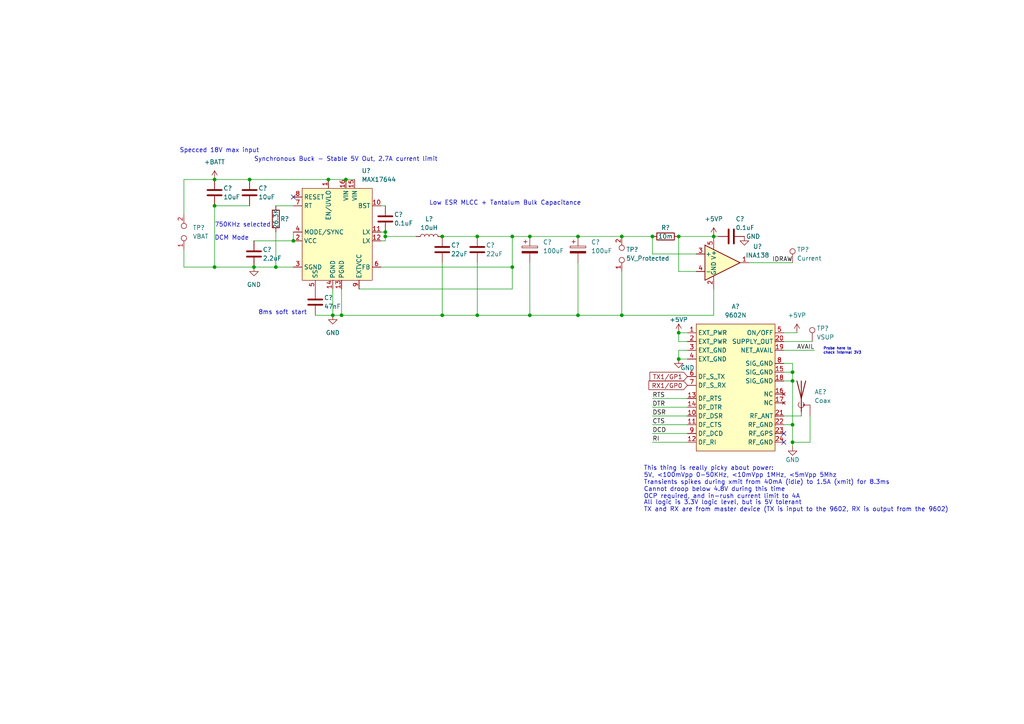
<source format=kicad_sch>
(kicad_sch (version 20211123) (generator eeschema)
  (paper "A4")
  (lib_symbols
    (symbol "9602N:9602N"
      (property "Reference" "A" (at 0 0 0))
      (property "Value" "9602N" (at 0 2.54 0))
      (symbol "9602N_0_1"
        (rectangle (start -11.43 -1.27) (end 11.43 -38.1) (fill (type background)))
      )
      (symbol "9602N_1_1"
        (pin input line (at -13.97 -3.81 0) (length 2.54) (name "EXT_PWR") (number "1"))
        (pin input line (at -13.97 -27.94 0) (length 2.54) (name "DF_DSR") (number "10"))
        (pin input line (at -13.97 -30.48 0) (length 2.54) (name "DF_CTS") (number "11"))
        (pin input line (at -13.97 -35.56 0) (length 2.54) (name "DF_RI") (number "12"))
        (pin input line (at -13.97 -22.86 0) (length 2.54) (name "DF_RTS") (number "13"))
        (pin input line (at -13.97 -25.4 0) (length 2.54) (name "DF_DTR") (number "14"))
        (pin input line (at 13.97 -15.24 180) (length 2.54) (name "SIG_GND") (number "15"))
        (pin no_connect line (at 13.97 -21.59 180) (length 2.54) (name "NC") (number "16"))
        (pin no_connect line (at 13.97 -24.13 180) (length 2.54) (name "NC") (number "17"))
        (pin input line (at 13.97 -17.78 180) (length 2.54) (name "SIG_GND") (number "18"))
        (pin input line (at 13.97 -8.89 180) (length 2.54) (name "NET_AVAIL") (number "19"))
        (pin input line (at -13.97 -6.35 0) (length 2.54) (name "EXT_PWR") (number "2"))
        (pin input line (at 13.97 -6.35 180) (length 2.54) (name "SUPPLY_OUT") (number "20"))
        (pin input line (at 13.97 -27.94 180) (length 2.54) (name "RF_ANT") (number "21"))
        (pin input line (at 13.97 -30.48 180) (length 2.54) (name "RF_GND") (number "22"))
        (pin input line (at 13.97 -33.02 180) (length 2.54) (name "RF_GPS") (number "23"))
        (pin input line (at 13.97 -35.56 180) (length 2.54) (name "RF_GND") (number "24"))
        (pin input line (at -13.97 -8.89 0) (length 2.54) (name "EXT_GND") (number "3"))
        (pin input line (at -13.97 -11.43 0) (length 2.54) (name "EXT_GND") (number "4"))
        (pin input line (at 13.97 -3.81 180) (length 2.54) (name "ON/OFF") (number "5"))
        (pin input line (at -13.97 -16.51 0) (length 2.54) (name "DF_S_TX") (number "6"))
        (pin input line (at -13.97 -19.05 0) (length 2.54) (name "DF_S_RX") (number "7"))
        (pin input line (at 13.97 -12.7 180) (length 2.54) (name "SIG_GND") (number "8"))
        (pin input line (at -13.97 -33.02 0) (length 2.54) (name "DF_DCD") (number "9"))
      )
    )
    (symbol "Amplifier_Current:INA138" (pin_names (offset 0.127))
      (property "Reference" "U" (at 3.81 5.08 0))
      (property "Value" "INA138" (at 3.81 2.54 0))
      (symbol "INA138_0_1"
        (polyline (pts (xy -5.08 5.08) (xy 5.08 0) (xy -5.08 -5.08) (xy -5.08 5.08)) (stroke (width 0.254)) (fill (type background)))
      )
      (symbol "INA138_1_1"
        (pin output line (at 7.62 0 180) (length 2.54) (name "~") (number "1"))
        (pin power_in line (at -2.54 -7.62 90) (length 3.81) (name "GND") (number "2"))
        (pin input line (at -7.62 2.54 0) (length 2.54) (name "+") (number "3"))
        (pin input line (at -7.62 -2.54 0) (length 2.54) (name "-") (number "4"))
        (pin power_in line (at -2.54 7.62 270) (length 3.81) (name "V+") (number "5"))
      )
    )
    (symbol "Connector:TestPoint" (pin_numbers hide) (pin_names (offset 0.762) hide)
      (property "Reference" "TP" (at 0 6.858 0))
      (property "Value" "TestPoint" (at 0 5.08 0))
      (symbol "TestPoint_0_1"
        (circle (center 0 3.302) (radius 0.762))
      )
      (symbol "TestPoint_1_1"
        (pin passive line (at 0 0 90) (length 2.54) (name "1") (number "1"))
      )
    )
    (symbol "Connector:TestPoint_2Pole" (pin_names (offset 0.762) hide)
      (property "Reference" "TP" (at 0 1.524 0))
      (property "Value" "TestPoint_2Pole" (at 0 -1.778 0))
      (symbol "TestPoint_2Pole_0_1"
        (circle (center -1.778 0) (radius 0.762))
        (circle (center 1.778 0) (radius 0.762))
        (pin passive line (at -5.08 0 0) (length 2.54) (name "1") (number "1"))
        (pin passive line (at 5.08 0 180) (length 2.54) (name "2") (number "2"))
      )
    )
    (symbol "Device:Antenna_Shield" (pin_numbers hide) (pin_names (offset 1.016) hide)
      (property "Reference" "AE" (at -1.905 4.445 0))
      (property "Value" "Antenna_Shield" (at -1.905 2.54 0))
      (symbol "Antenna_Shield_0_1"
        (arc (start -0.508 -1.143) (mid -0.8485 -2.1032) (end 0 -2.667))
        (arc (start 0 -2.667) (mid 0.8047 -2.0885) (end 0.508 -1.143))
        (polyline (pts (xy 0 -2.54) (xy 0 0)))
        (polyline (pts (xy 0 5.08) (xy 0 -3.81)) (stroke (width 0.254)))
        (polyline (pts (xy 0.762 -1.905) (xy 2.54 -1.905)))
        (polyline (pts (xy 2.54 -2.54) (xy 2.54 -1.905)))
        (polyline (pts (xy 1.27 5.08) (xy 0 0) (xy -1.27 5.08)) (stroke (width 0.254)))
        (circle (center 0.762 -1.905) (radius 0.1778) (fill (type outline)))
      )
      (symbol "Antenna_Shield_1_1"
        (pin input line (at 0 -5.08 90) (length 2.54) (name "A") (number "1"))
        (pin input line (at 2.54 -5.08 90) (length 2.54) (name "Shield") (number "2"))
      )
    )
    (symbol "Device:C" (pin_numbers hide) (pin_names (offset 0.254))
      (property "Reference" "C" (at 0.635 2.54 0))
      (property "Value" "C" (at 0.635 -2.54 0))
      (symbol "C_0_1"
        (polyline (pts (xy -2.032 -0.762) (xy 2.032 -0.762)) (stroke (width 0.508)))
        (polyline (pts (xy -2.032 0.762) (xy 2.032 0.762)) (stroke (width 0.508)))
      )
      (symbol "C_1_1"
        (pin passive line (at 0 3.81 270) (length 2.794) (name "~") (number "1"))
        (pin passive line (at 0 -3.81 90) (length 2.794) (name "~") (number "2"))
      )
    )
    (symbol "Device:C_Polarized" (pin_numbers hide) (pin_names (offset 0.254))
      (property "Reference" "C" (at 0.635 2.54 0))
      (property "Value" "C_Polarized" (at 0.635 -2.54 0))
      (symbol "C_Polarized_0_1"
        (rectangle (start -2.286 0.508) (end 2.286 1.016))
        (polyline (pts (xy -1.778 2.286) (xy -0.762 2.286)))
        (polyline (pts (xy -1.27 2.794) (xy -1.27 1.778)))
        (rectangle (start 2.286 -0.508) (end -2.286 -1.016) (fill (type outline)))
      )
      (symbol "C_Polarized_1_1"
        (pin passive line (at 0 3.81 270) (length 2.794) (name "~") (number "1"))
        (pin passive line (at 0 -3.81 90) (length 2.794) (name "~") (number "2"))
      )
    )
    (symbol "Device:L" (pin_numbers hide) (pin_names (offset 1.016) hide)
      (property "Reference" "L" (at -1.27 0 90))
      (property "Value" "L" (at 1.905 0 90))
      (symbol "L_0_1"
        (arc (start 0 -2.54) (mid 0.635 -1.905) (end 0 -1.27))
        (arc (start 0 -1.27) (mid 0.635 -0.635) (end 0 0))
        (arc (start 0 0) (mid 0.635 0.635) (end 0 1.27))
        (arc (start 0 1.27) (mid 0.635 1.905) (end 0 2.54))
      )
      (symbol "L_1_1"
        (pin passive line (at 0 3.81 270) (length 1.27) (name "1") (number "1"))
        (pin passive line (at 0 -3.81 90) (length 1.27) (name "2") (number "2"))
      )
    )
    (symbol "Device:R" (pin_numbers hide) (pin_names (offset 0))
      (property "Reference" "R" (at 2.032 0 90))
      (property "Value" "R" (at 0 0 90))
      (symbol "R_0_1"
        (rectangle (start -1.016 -2.54) (end 1.016 2.54) (stroke (width 0.254)))
      )
      (symbol "R_1_1"
        (pin passive line (at 0 3.81 270) (length 1.27) (name "~") (number "1"))
        (pin passive line (at 0 -3.81 90) (length 1.27) (name "~") (number "2"))
      )
    )
    (symbol "Symbols:MAX17644"
      (property "Reference" "U" (at 0 1.27 0))
      (property "Value" "MAX17644" (at 0 3.81 0))
      (symbol "MAX17644_0_1"
        (rectangle (start -10.16 -5.08) (end 10.16 -31.75) (fill (type background)))
      )
      (symbol "MAX17644_1_1"
        (pin input line (at -2.54 -2.54 270) (length 2.54) (name "EN/UVLO") (number "1"))
        (pin input line (at 12.7 -10.16 180) (length 2.54) (name "BST") (number "10"))
        (pin input line (at 12.7 -17.78 180) (length 2.54) (name "LX") (number "11"))
        (pin input line (at 12.7 -20.32 180) (length 2.54) (name "LX") (number "12"))
        (pin input line (at 1.27 -34.29 90) (length 2.54) (name "PGND") (number "13"))
        (pin input line (at -1.27 -34.29 90) (length 2.54) (name "PGND") (number "14"))
        (pin input line (at 5.08 -2.54 270) (length 2.54) (name "VIN") (number "15"))
        (pin input line (at 2.54 -2.54 270) (length 2.54) (name "VIN") (number "16"))
        (pin input line (at -12.7 -20.32 0) (length 2.54) (name "VCC") (number "2"))
        (pin input line (at -12.7 -27.94 0) (length 2.54) (name "SGND") (number "3"))
        (pin input line (at -12.7 -17.78 0) (length 2.54) (name "MODE/SYNC") (number "4"))
        (pin input line (at -6.35 -34.29 90) (length 2.54) (name "SS") (number "5"))
        (pin input line (at 12.7 -27.94 180) (length 2.54) (name "FB") (number "6"))
        (pin input line (at -12.7 -10.16 0) (length 2.54) (name "RT") (number "7"))
        (pin input line (at -12.7 -7.62 0) (length 2.54) (name "RESET") (number "8"))
        (pin input line (at 6.35 -34.29 90) (length 2.54) (name "EXTVCC") (number "9"))
      )
    )
    (symbol "power:+5VP" (power) (pin_names (offset 0))
      (property "Value" "+5VP" (at 0 3.556 0))
      (symbol "+5VP_0_1"
        (polyline (pts (xy -0.762 1.27) (xy 0 2.54)))
        (polyline (pts (xy 0 0) (xy 0 2.54)))
        (polyline (pts (xy 0 2.54) (xy 0.762 1.27)))
      )
      (symbol "+5VP_1_1"
        (pin power_in line (at 0 0 90) (length 0) hide (name "+5VP") (number "1"))
      )
    )
    (symbol "power:+BATT" (power) (pin_names (offset 0))
      (property "Value" "+BATT" (at 0 3.556 0))
      (symbol "+BATT_0_1"
        (polyline (pts (xy -0.762 1.27) (xy 0 2.54)))
        (polyline (pts (xy 0 0) (xy 0 2.54)))
        (polyline (pts (xy 0 2.54) (xy 0.762 1.27)))
      )
      (symbol "+BATT_1_1"
        (pin power_in line (at 0 0 90) (length 0) hide (name "+BATT") (number "1"))
      )
    )
    (symbol "power:GND" (power) (pin_names (offset 0))
      (property "Value" "GND" (at 0 -3.81 0))
      (symbol "GND_0_1"
        (polyline (pts (xy 0 0) (xy 0 -1.27) (xy 1.27 -1.27) (xy 0 -2.54) (xy -1.27 -1.27) (xy 0 -1.27)))
      )
      (symbol "GND_1_1"
        (pin power_in line (at 0 0 270) (length 0) hide (name "GND") (number "1"))
      )
    )
  )
  (junction (at 167.64 68.58))
  (junction (at 80.01 77.47))
  (junction (at 148.59 77.47))
  (junction (at 229.87 107.95))
  (junction (at 229.87 110.49))
  (junction (at 229.87 123.19))
  (junction (at 196.85 68.58))
  (junction (at 73.66 77.47))
  (junction (at 189.23 68.58))
  (junction (at 85.09 69.85))
  (junction (at 207.01 68.58))
  (junction (at 128.27 68.58))
  (junction (at 148.59 68.58))
  (junction (at 180.34 68.58))
  (junction (at 72.39 52.07))
  (junction (at 128.27 91.44))
  (junction (at 153.67 68.58))
  (junction (at 196.85 96.52))
  (junction (at 138.43 68.58))
  (junction (at 153.67 91.44))
  (junction (at 62.23 59.69))
  (junction (at 138.43 91.44))
  (junction (at 111.76 67.31))
  (junction (at 111.76 68.58))
  (junction (at 62.23 77.47))
  (junction (at 95.25 52.07))
  (junction (at 99.06 91.44))
  (junction (at 196.85 104.14))
  (junction (at 229.87 128.27))
  (junction (at 100.33 52.07))
  (junction (at 96.52 91.44))
  (junction (at 62.23 52.07))
  (junction (at 167.64 91.44))
  (junction (at 180.34 91.44))
  (no_connect (at 85.09 57.15))
  (no_connect (at 227.33 125.73))
  (no_connect (at 227.33 128.27))
  (wire (pts (xy 229.87 105.41) (xy 229.87 107.95)))
  (wire (pts (xy 196.85 99.06) (xy 199.39 99.06)))
  (wire (pts (xy 148.59 83.82) (xy 148.59 77.47)))
  (wire (pts (xy 53.34 52.07) (xy 62.23 52.07)))
  (wire (pts (xy 148.59 68.58) (xy 153.67 68.58)))
  (wire (pts (xy 189.23 118.11) (xy 199.39 118.11)))
  (wire (pts (xy 227.33 96.52) (xy 231.14 96.52)))
  (wire (pts (xy 229.87 123.19) (xy 229.87 128.27)))
  (wire (pts (xy 229.87 128.27) (xy 229.87 129.54)))
  (wire (pts (xy 62.23 59.69) (xy 72.39 59.69)))
  (wire (pts (xy 207.01 68.58) (xy 208.28 68.58)))
  (wire (pts (xy 99.06 91.44) (xy 96.52 91.44)))
  (wire (pts (xy 167.64 68.58) (xy 180.34 68.58)))
  (wire (pts (xy 62.23 52.07) (xy 72.39 52.07)))
  (wire (pts (xy 95.25 52.07) (xy 100.33 52.07)))
  (wire (pts (xy 148.59 77.47) (xy 148.59 68.58)))
  (wire (pts (xy 99.06 91.44) (xy 128.27 91.44)))
  (wire (pts (xy 229.87 107.95) (xy 229.87 110.49)))
  (wire (pts (xy 189.23 125.73) (xy 199.39 125.73)))
  (wire (pts (xy 189.23 115.57) (xy 199.39 115.57)))
  (wire (pts (xy 189.23 128.27) (xy 199.39 128.27)))
  (wire (pts (xy 234.95 128.27) (xy 229.87 128.27)))
  (wire (pts (xy 153.67 91.44) (xy 167.64 91.44)))
  (wire (pts (xy 227.33 120.65) (xy 232.41 120.65)))
  (wire (pts (xy 180.34 91.44) (xy 180.34 78.74)))
  (wire (pts (xy 62.23 59.69) (xy 62.23 77.47)))
  (wire (pts (xy 217.17 76.2) (xy 229.87 76.2)))
  (wire (pts (xy 53.34 72.39) (xy 53.34 77.47)))
  (wire (pts (xy 110.49 69.85) (xy 111.76 69.85)))
  (wire (pts (xy 73.66 69.85) (xy 85.09 69.85)))
  (wire (pts (xy 110.49 59.69) (xy 111.76 59.69)))
  (wire (pts (xy 227.33 107.95) (xy 229.87 107.95)))
  (wire (pts (xy 153.67 76.2) (xy 153.67 91.44)))
  (wire (pts (xy 80.01 77.47) (xy 85.09 77.47)))
  (wire (pts (xy 99.06 83.82) (xy 99.06 91.44)))
  (wire (pts (xy 196.85 101.6) (xy 196.85 104.14)))
  (wire (pts (xy 148.59 68.58) (xy 138.43 68.58)))
  (wire (pts (xy 111.76 69.85) (xy 111.76 68.58)))
  (wire (pts (xy 85.09 67.31) (xy 85.09 69.85)))
  (wire (pts (xy 138.43 91.44) (xy 153.67 91.44)))
  (wire (pts (xy 53.34 77.47) (xy 62.23 77.47)))
  (wire (pts (xy 196.85 78.74) (xy 196.85 68.58)))
  (wire (pts (xy 96.52 83.82) (xy 96.52 91.44)))
  (wire (pts (xy 104.14 83.82) (xy 148.59 83.82)))
  (wire (pts (xy 111.76 68.58) (xy 120.65 68.58)))
  (wire (pts (xy 180.34 91.44) (xy 207.01 91.44)))
  (wire (pts (xy 167.64 76.2) (xy 167.64 91.44)))
  (wire (pts (xy 229.87 110.49) (xy 227.33 110.49)))
  (wire (pts (xy 180.34 68.58) (xy 189.23 68.58)))
  (wire (pts (xy 73.66 77.47) (xy 80.01 77.47)))
  (wire (pts (xy 53.34 62.23) (xy 53.34 52.07)))
  (wire (pts (xy 227.33 123.19) (xy 229.87 123.19)))
  (wire (pts (xy 128.27 76.2) (xy 128.27 91.44)))
  (wire (pts (xy 100.33 52.07) (xy 102.87 52.07)))
  (wire (pts (xy 196.85 68.58) (xy 207.01 68.58)))
  (wire (pts (xy 201.93 73.66) (xy 189.23 73.66)))
  (wire (pts (xy 227.33 99.06) (xy 235.585 99.06)))
  (wire (pts (xy 128.27 68.58) (xy 138.43 68.58)))
  (wire (pts (xy 189.23 123.19) (xy 199.39 123.19)))
  (wire (pts (xy 201.93 78.74) (xy 196.85 78.74)))
  (wire (pts (xy 196.85 104.14) (xy 199.39 104.14)))
  (wire (pts (xy 229.87 110.49) (xy 229.87 123.19)))
  (wire (pts (xy 153.67 68.58) (xy 167.64 68.58)))
  (wire (pts (xy 234.95 120.65) (xy 234.95 128.27)))
  (wire (pts (xy 110.49 77.47) (xy 148.59 77.47)))
  (wire (pts (xy 196.85 96.52) (xy 199.39 96.52)))
  (wire (pts (xy 227.33 101.6) (xy 236.22 101.6)))
  (wire (pts (xy 96.52 91.44) (xy 91.44 91.44)))
  (wire (pts (xy 167.64 91.44) (xy 180.34 91.44)))
  (wire (pts (xy 138.43 76.2) (xy 138.43 91.44)))
  (wire (pts (xy 62.23 77.47) (xy 73.66 77.47)))
  (wire (pts (xy 189.23 120.65) (xy 199.39 120.65)))
  (wire (pts (xy 80.01 67.31) (xy 80.01 77.47)))
  (wire (pts (xy 111.76 68.58) (xy 111.76 67.31)))
  (wire (pts (xy 110.49 67.31) (xy 111.76 67.31)))
  (wire (pts (xy 189.23 73.66) (xy 189.23 68.58)))
  (wire (pts (xy 80.01 59.69) (xy 85.09 59.69)))
  (wire (pts (xy 128.27 91.44) (xy 138.43 91.44)))
  (wire (pts (xy 227.33 105.41) (xy 229.87 105.41)))
  (wire (pts (xy 72.39 52.07) (xy 95.25 52.07)))
  (wire (pts (xy 207.01 91.44) (xy 207.01 83.82)))
  (wire (pts (xy 199.39 101.6) (xy 196.85 101.6)))
  (wire (pts (xy 196.85 96.52) (xy 196.85 99.06)))
  (text "Synchronous Buck - Stable 5V Out, 2.7A current limit" (at 73.66 46.99 0) (effects (font (size 1.27 1.27)) (justify left bottom)))
  (text "All logic is 3.3V logic level, but is 5V tolerant\nTX and RX are from master device (TX is input to the 9602, RX is output from the 9602)\n" (at 186.69 148.59 0) (effects (font (size 1.27 1.27)) (justify left bottom)))
  (text "Specced 18V max input" (at 52.07 44.45 0) (effects (font (size 1.27 1.27)) (justify left bottom)))
  (text "DCM Mode" (at 62.23 69.85 0) (effects (font (size 1.27 1.27)) (justify left bottom)))
  (text "8ms soft start" (at 74.93 91.44 0) (effects (font (size 1.27 1.27)) (justify left bottom)))
  (text "Low ESR MLCC + Tantalum Bulk Capacitance" (at 124.46 59.69 0) (effects (font (size 1.27 1.27)) (justify left bottom)))
  (text "This thing is really picky about power:\n5V, <100mVpp 0-50KHz, <10mVpp 1MHz, <5mVpp 5Mhz\nTransients spikes during xmit from 40mA (idle) to 1.5A (xmit) for 8.3ms\nCannot droop below 4.8V during this time\nOCP required, and in-rush current limit to 4A" (at 186.69 144.78 0) (effects (font (size 1.27 1.27)) (justify left bottom)))
  (text "Probe here to \ncheck internal 3V3" (at 238.76 102.87 0) (effects (font (size 0.762 0.762)) (justify left bottom)))
  (text "750KHz selected" (at 62.23 66.04 0) (effects (font (size 1.27 1.27)) (justify left bottom)))
  (label "DCD" (at 189.23 125.73 0))
  (label "CTS" (at 189.23 123.19 0))
  (label "AVAIL" (at 236.22 101.6 180))
  (label "RI" (at 189.23 128.27 0))
  (label "DSR" (at 189.23 120.65 0))
  (label "IDRAW" (at 229.87 76.2 180))
  (label "DTR" (at 189.23 118.11 0))
  (label "RTS" (at 189.23 115.57 0))
  (global_label "RX1{slash}GP0" (shape input) (at 199.39 111.76 180) (property "Intersheet References" "${INTERSHEET_REFS}" (effects hide)))
  (global_label "TX1{slash}GP1" (shape input) (at 199.39 109.22 180) (property "Intersheet References" "${INTERSHEET_REFS}" (effects hide)))
  (symbol (lib_id "Device:C_Polarized") (at 153.67 72.39 0) (unit 1)
    (property "Reference" "C?" (at 157.48 70.2309 0) (effects (justify left)))
    (property "Value" "100uF" (at 157.48 72.7709 0) (effects (justify left)))
    (property "Footprint" "Capacitor_Tantalum_SMD:CP_EIA-7343-43_Kemet-X_Pad2.25x2.55mm_HandSolder" (effects hide))
  )
  (symbol (lib_id "Connector:TestPoint") (at 235.585 99.06 0) (unit 1)
    (property "Reference" "TP?" (at 236.855 95.25 0) (effects (justify left)))
    (property "Value" "VSUP" (at 236.855 97.79 0) (effects (justify left)))
    (property "Footprint" "TestPoint:TestPoint_Pad_3.0x3.0mm" (effects hide))
  )
  (symbol (lib_id "Device:C") (at 128.27 72.39 0) (unit 1)
    (property "Reference" "C?" (at 130.81 71.12 0) (effects (justify left)))
    (property "Value" "22uF" (at 130.81 73.66 0) (effects (justify left)))
    (property "Footprint" "Capacitor_SMD:C_1210_3225Metric" (effects hide))
  )
  (symbol (lib_id "9602N:9602N") (at 213.36 92.71 0) (unit 1)
    (property "Reference" "A?" (at 213.36 88.9 0))
    (property "Value" "9602N" (at 213.36 91.44 0))
    (property "Footprint" "9602:9602" (effects hide))
  )
  (symbol (lib_id "Device:L") (at 124.46 68.58 90) (unit 1)
    (property "Reference" "L?" (at 124.46 63.5 90))
    (property "Value" "10uH" (at 124.46 66.04 90))
    (property "Footprint" "Inductor_SMD:L_AVX_LMLP07A7" (effects hide))
  )
  (symbol (lib_id "power:GND") (at 196.85 104.14 0) (unit 1)
    (property "Reference" "#PWR?" (effects hide))
    (property "Value" "GND" (at 199.39 106.68 0))
  )
  (symbol (lib_id "power:+5VP") (at 207.01 68.58 0) (unit 1)
    (property "Reference" "#PWR?" (effects hide))
    (property "Value" "+5VP" (at 207.01 63.5 0))
  )
  (symbol (lib_id "Connector:TestPoint_2Pole") (at 180.34 73.66 90) (unit 1)
    (property "Reference" "TP?" (at 181.61 72.39 90) (effects (justify right)))
    (property "Value" "5V_Protected" (at 181.61 74.93 90) (effects (justify right)))
    (property "Footprint" "TestPoint:TestPoint_2Pads_Pitch5.08mm_Drill1.3mm" (effects hide))
  )
  (symbol (lib_id "Device:C") (at 62.23 55.88 0) (unit 1)
    (property "Reference" "C?" (at 64.77 54.61 0) (effects (justify left)))
    (property "Value" "10uF" (at 64.77 57.15 0) (effects (justify left)))
  )
  (symbol (lib_id "Amplifier_Current:INA138") (at 209.55 76.2 0) (unit 1)
    (property "Reference" "U?" (at 219.71 71.501 0))
    (property "Value" "INA138" (at 219.71 74.041 0))
    (property "Footprint" "Package_TO_SOT_SMD:SOT-23-5" (effects hide))
    (property "Datasheet" "http://www.ti.com/lit/ds/symlink/ina138.pdf" (effects hide))
  )
  (symbol (lib_id "Symbols:MAX17644") (at 97.79 49.53 0) (unit 1)
    (property "Reference" "U?" (at 104.8894 49.53 0) (effects (justify left)))
    (property "Value" "MAX17644" (at 104.8894 52.07 0) (effects (justify left)))
    (property "Footprint" "Package_DFN_QFN:TQFN-16-1EP_3x3mm_P0.5mm_EP1.23x1.23mm_ThermalVias" (effects hide))
  )
  (symbol (lib_id "Device:C") (at 111.76 63.5 0) (unit 1)
    (property "Reference" "C?" (at 114.3 62.23 0) (effects (justify left)))
    (property "Value" "0.1uF" (at 114.3 64.77 0) (effects (justify left)))
  )
  (symbol (lib_id "Connector:TestPoint") (at 229.87 76.2 0) (unit 1)
    (property "Reference" "TP?" (at 231.14 72.39 0) (effects (justify left)))
    (property "Value" "Current" (at 231.14 74.93 0) (effects (justify left)))
    (property "Footprint" "TestPoint:TestPoint_Pad_3.0x3.0mm" (effects hide))
  )
  (symbol (lib_id "Connector:TestPoint_2Pole") (at 53.34 67.31 90) (unit 1)
    (property "Reference" "TP?" (at 55.88 66.0399 90) (effects (justify right)))
    (property "Value" "VBAT" (at 55.88 68.5799 90) (effects (justify right)))
    (property "Footprint" "TestPoint:TestPoint_2Pads_Pitch5.08mm_Drill1.3mm" (effects hide))
  )
  (symbol (lib_id "power:GND") (at 96.52 91.44 0) (unit 1)
    (property "Reference" "#PWR?" (effects hide))
    (property "Value" "GND" (at 96.52 96.52 0))
  )
  (symbol (lib_id "Device:Antenna_Shield") (at 232.41 115.57 0) (unit 1)
    (property "Reference" "AE?" (at 236.22 113.6649 0) (effects (justify left)))
    (property "Value" "Coax" (at 236.22 116.2049 0) (effects (justify left)))
  )
  (symbol (lib_id "Device:R") (at 80.01 63.5 0) (unit 1)
    (property "Reference" "R?" (at 81.28 63.5 0) (effects (justify left)))
    (property "Value" "26.3K" (at 80.01 63.5 90))
    (property "Footprint" "Resistor_SMD:R_1206_3216Metric" (effects hide))
  )
  (symbol (lib_id "Device:C") (at 138.43 72.39 0) (unit 1)
    (property "Reference" "C?" (at 140.97 71.12 0) (effects (justify left)))
    (property "Value" "22uF" (at 140.97 73.66 0) (effects (justify left)))
    (property "Footprint" "Capacitor_SMD:C_1210_3225Metric" (effects hide))
  )
  (symbol (lib_id "Device:C") (at 212.09 68.58 90) (unit 1)
    (property "Reference" "C?" (at 213.36 63.5 90) (effects (justify right)))
    (property "Value" "0.1uF" (at 213.36 66.04 90) (effects (justify right)))
  )
  (symbol (lib_id "power:GND") (at 215.9 68.58 0) (unit 1)
    (property "Reference" "#PWR?" (effects hide))
    (property "Value" "GND" (at 218.44 68.58 0))
  )
  (symbol (lib_id "power:GND") (at 73.66 77.47 0) (unit 1)
    (property "Reference" "#PWR?" (effects hide))
    (property "Value" "GND" (at 73.66 82.55 0))
  )
  (symbol (lib_id "Device:C") (at 91.44 87.63 0) (unit 1)
    (property "Reference" "C?" (at 93.98 86.36 0) (effects (justify left)))
    (property "Value" "47nF" (at 93.98 88.9 0) (effects (justify left)))
  )
  (symbol (lib_id "Device:R") (at 193.04 68.58 90) (unit 1)
    (property "Reference" "R?" (at 193.04 66.04 90))
    (property "Value" "10m" (at 193.04 68.58 90))
  )
  (symbol (lib_id "Device:C") (at 73.66 73.66 0) (unit 1)
    (property "Reference" "C?" (at 76.2 72.39 0) (effects (justify left)))
    (property "Value" "2.2uF" (at 76.2 74.93 0) (effects (justify left)))
  )
  (symbol (lib_id "power:+5VP") (at 196.85 96.52 0) (unit 1)
    (property "Reference" "#PWR?" (effects hide))
    (property "Value" "+5VP" (at 196.85 92.71 0))
  )
  (symbol (lib_id "power:+BATT") (at 62.23 52.07 0) (unit 1)
    (property "Reference" "#PWR?" (effects hide))
    (property "Value" "+BATT" (at 62.23 46.99 0))
  )
  (symbol (lib_id "Device:C") (at 72.39 55.88 0) (unit 1)
    (property "Reference" "C?" (at 74.93 54.61 0) (effects (justify left)))
    (property "Value" "10uF" (at 74.93 57.15 0) (effects (justify left)))
  )
  (symbol (lib_id "Device:C_Polarized") (at 167.64 72.39 0) (unit 1)
    (property "Reference" "C?" (at 171.45 70.2309 0) (effects (justify left)))
    (property "Value" "100uF" (at 171.45 72.7709 0) (effects (justify left)))
    (property "Footprint" "Capacitor_Tantalum_SMD:CP_EIA-7343-43_Kemet-X_Pad2.25x2.55mm_HandSolder" (effects hide))
  )
  (symbol (lib_id "power:+5VP") (at 231.14 96.52 0) (unit 1)
    (property "Reference" "#PWR?" (effects hide))
    (property "Value" "+5VP" (at 231.14 91.44 0))
  )
  (symbol (lib_id "power:GND") (at 229.87 129.54 0) (unit 1)
    (property "Reference" "#PWR?" (effects hide))
    (property "Value" "GND" (at 229.87 133.35 0))
  )
)
</source>
